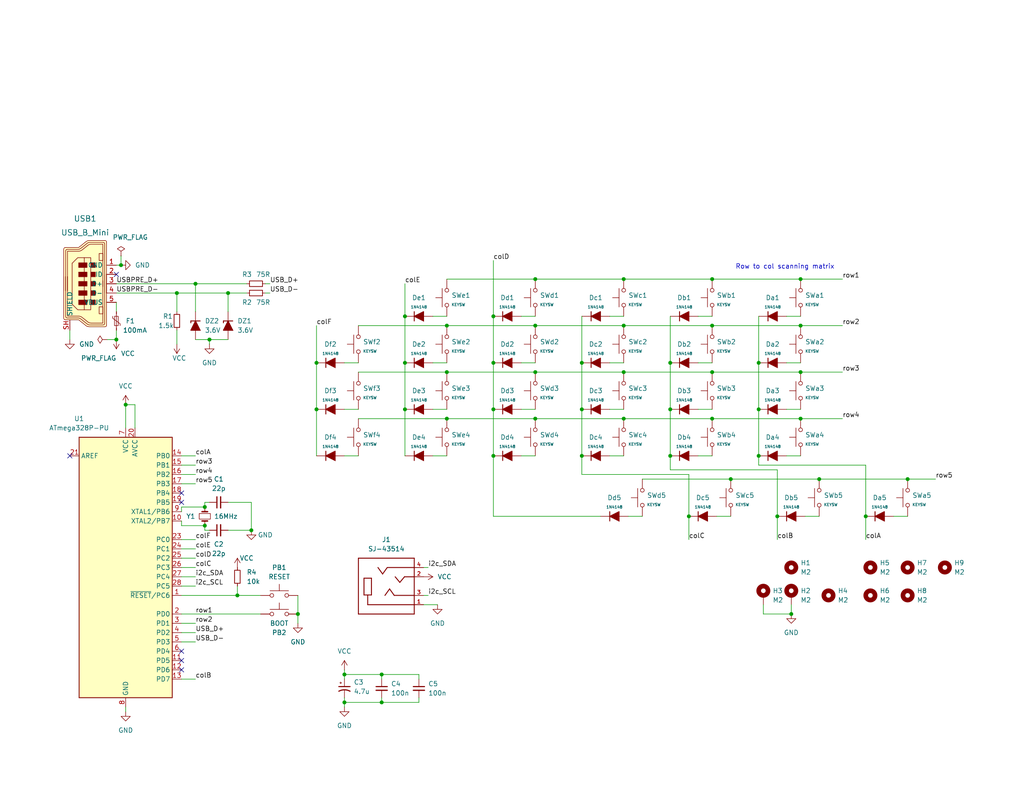
<source format=kicad_sch>
(kicad_sch (version 20211123) (generator eeschema)
  (paper "USLetter")
  (title_block (title "BlueJay Left"))
  (lib_symbols
    (symbol "BlueJaySymbolLibrary:0548190519" (pin_names (offset 1.016))
      (property "Reference" "J" (at -5.715 12.7 0))
      (property "Value" "0548190519" (at -8.255 -5.715 90))
      (symbol "0548190519_1_1"
        (pin passive line (at 7.62 5.08 180) (length 2.667) (name "GND") (number "1"))
        (pin passive line (at 7.62 2.54 180) (length 2.667) (name "ID") (number "2"))
        (pin passive line (at 7.62 0 180) (length 2.667) (name "D+") (number "3"))
        (pin passive line (at 7.62 -2.54 180) (length 2.667) (name "D-") (number "4"))
        (pin passive line (at 7.62 -5.08 180) (length 2.667) (name "VBUS") (number "5"))
        (pin passive line (at -5.08 -12.7 90) (length 2.794) (name "SHIELD") (number "SH"))
      )
    )
    (symbol "BlueJaySymbolLibrary:ATmega328P-PU"
      (property "Reference" "U" (at -12.7 36.83 0))
      (property "Value" "ATmega328P-PU" (at 2.54 -36.83 0))
      (symbol "ATmega328P-PU_1_1"
        (pin bidirectional line (at 15.24 -7.62 180) (length 2.54) (name "~{RESET}/PC6") (number "1"))
        (pin bidirectional line (at 15.24 12.7 180) (length 2.54) (name "XTAL2/PB7") (number "10"))
        (pin bidirectional line (at 15.24 -25.4 180) (length 2.54) (name "PD5") (number "11"))
        (pin bidirectional line (at 15.24 -27.94 180) (length 2.54) (name "PD6") (number "12"))
        (pin bidirectional line (at 15.24 -30.48 180) (length 2.54) (name "PD7") (number "13"))
        (pin bidirectional line (at 15.24 30.48 180) (length 2.54) (name "PB0") (number "14"))
        (pin bidirectional line (at 15.24 27.94 180) (length 2.54) (name "PB1") (number "15"))
        (pin bidirectional line (at 15.24 25.4 180) (length 2.54) (name "PB2") (number "16"))
        (pin bidirectional line (at 15.24 22.86 180) (length 2.54) (name "PB3") (number "17"))
        (pin bidirectional line (at 15.24 20.32 180) (length 2.54) (name "PB4") (number "18"))
        (pin bidirectional line (at 15.24 17.78 180) (length 2.54) (name "PB5") (number "19"))
        (pin bidirectional line (at 15.24 -12.7 180) (length 2.54) (name "PD0") (number "2"))
        (pin power_in line (at 2.54 38.1 270) (length 2.54) (name "AVCC") (number "20"))
        (pin passive line (at -15.24 30.48 0) (length 2.54) (name "AREF") (number "21"))
        (pin passive line (at 0 -38.1 90) (length 2.54) hide (name "GND") (number "22"))
        (pin bidirectional line (at 15.24 7.62 180) (length 2.54) (name "PC0") (number "23"))
        (pin bidirectional line (at 15.24 5.08 180) (length 2.54) (name "PC1") (number "24"))
        (pin bidirectional line (at 15.24 2.54 180) (length 2.54) (name "PC2") (number "25"))
        (pin bidirectional line (at 15.24 0 180) (length 2.54) (name "PC3") (number "26"))
        (pin bidirectional line (at 15.24 -2.54 180) (length 2.54) (name "PC4") (number "27"))
        (pin bidirectional line (at 15.24 -5.08 180) (length 2.54) (name "PC5") (number "28"))
        (pin bidirectional line (at 15.24 -15.24 180) (length 2.54) (name "PD1") (number "3"))
        (pin bidirectional line (at 15.24 -17.78 180) (length 2.54) (name "PD2") (number "4"))
        (pin bidirectional line (at 15.24 -20.32 180) (length 2.54) (name "PD3") (number "5"))
        (pin bidirectional line (at 15.24 -22.86 180) (length 2.54) (name "PD4") (number "6"))
        (pin power_in line (at 0 38.1 270) (length 2.54) (name "VCC") (number "7"))
        (pin power_in line (at 0 -38.1 90) (length 2.54) (name "GND") (number "8"))
        (pin bidirectional line (at 15.24 15.24 180) (length 2.54) (name "XTAL1/PB6") (number "9"))
      )
    )
    (symbol "BlueJaySymbolLibrary:C_Small" (pin_numbers hide) (pin_names (offset 0.254) hide)
      (property "Reference" "C" (at 0.254 1.778 0))
      (property "Value" "C_Small" (at 0.254 -2.032 0))
      (symbol "C_Small_1_1"
        (pin passive line (at 0 2.54 270) (length 2.032) (name "~") (number "1"))
        (pin passive line (at 0 -2.54 90) (length 2.032) (name "~") (number "2"))
      )
    )
    (symbol "BlueJaySymbolLibrary:Device_CP1_Small" (pin_numbers hide) (pin_names (offset 0.254) hide)
      (property "Reference" "C" (at 0.254 1.778 0))
      (property "Value" "Device_CP1_Small" (at 0.254 -2.032 0))
      (symbol "Device_CP1_Small_1_1"
        (pin passive line (at 0 2.54 270) (length 2.032) (name "~") (number "1"))
        (pin passive line (at 0 -2.54 90) (length 2.032) (name "~") (number "2"))
      )
    )
    (symbol "BlueJaySymbolLibrary:Device_Crystal_Small" (pin_numbers hide) (pin_names (offset 1.016) hide)
      (property "Reference" "Y" (at 0 2.54 0))
      (property "Value" "Device_Crystal_Small" (at 0 -2.54 0))
      (symbol "Device_Crystal_Small_1_1"
        (pin passive line (at -2.54 0 0) (length 1.27) (name "1") (number "1"))
        (pin passive line (at 2.54 0 180) (length 1.27) (name "2") (number "2"))
      )
    )
    (symbol "BlueJaySymbolLibrary:Device_Polyfuse_Small" (pin_numbers hide) (pin_names (offset 0))
      (property "Reference" "F" (at -1.905 0 90))
      (property "Value" "Device_Polyfuse_Small" (at 1.905 0 90))
      (symbol "Device_Polyfuse_Small_1_1"
        (pin passive line (at 0 2.54 270) (length 0.635) (name "~") (number "1"))
        (pin passive line (at 0 -2.54 90) (length 0.635) (name "~") (number "2"))
      )
    )
    (symbol "BlueJaySymbolLibrary:Device_R_Small" (pin_numbers hide) (pin_names (offset 0.254) hide)
      (property "Reference" "R" (at 0.762 0.508 0))
      (property "Value" "Device_R_Small" (at 0.762 -1.016 0))
      (symbol "Device_R_Small_1_1"
        (pin passive line (at 0 2.54 270) (length 0.762) (name "~") (number "1"))
        (pin passive line (at 0 -2.54 90) (length 0.762) (name "~") (number "2"))
      )
    )
    (symbol "BlueJaySymbolLibrary:SJ-43514" (pin_names (offset 1.016) hide)
      (property "Reference" "J" (at -7.62 8.382 0))
      (property "Value" "SJ-43514" (at -7.62 -10.16 0))
      (symbol "SJ-43514_0_0"
        (pin passive line (at 10.16 -5.08 180) (length 2.54) (name "~") (number "1"))
        (pin passive line (at 10.16 2.54 180) (length 2.54) (name "~") (number "2"))
        (pin passive line (at 10.16 -2.54 180) (length 2.54) (name "~") (number "3"))
        (pin passive line (at 10.16 5.08 180) (length 2.54) (name "~") (number "4"))
      )
    )
    (symbol "BlueJaySymbolLibrary:Switch_SW_Push" (pin_numbers hide) (pin_names (offset 1.016) hide)
      (property "Reference" "SW" (at 1.27 2.54 0))
      (property "Value" "Switch_SW_Push" (at 0 -1.524 0))
      (symbol "Switch_SW_Push_0_1"
        (pin passive line (at -5.08 0 0) (length 2.54) (name "1") (number "1"))
        (pin passive line (at 5.08 0 180) (length 2.54) (name "2") (number "2"))
      )
    )
    (symbol "Diode_AKL:1N4148" (pin_numbers hide) (pin_names (offset 1.016) hide)
      (property "Reference" "D" (at 0 5.08 0))
      (property "Value" "1N4148" (at 0 2.54 0))
      (symbol "1N4148_1_1"
        (pin passive line (at 3.81 0 180) (length 2.54) (name "K") (number "1"))
        (pin passive line (at -3.81 0 0) (length 2.54) (name "A") (number "2"))
      )
    )
    (symbol "Diode_Zener_AKL:BZX79-C3V6" (pin_numbers hide) (pin_names (offset 1.016) hide)
      (property "Reference" "DZ" (at 0 5.08 0))
      (property "Value" "BZX79-C3V6" (at 0 2.54 0))
      (symbol "BZX79-C3V6_1_1"
        (pin passive line (at 3.81 0 180) (length 2.54) (name "K") (number "1"))
        (pin passive line (at -3.81 0 0) (length 2.54) (name "A") (number "2"))
      )
    )
    (symbol "Mechanical:MountingHole" (pin_numbers hide) (pin_names (offset 1.016) hide)
      (property "Reference" "H" (at 0 5.08 0))
      (property "Value" "MountingHole" (at 0 3.175 0))
    )
    (symbol "Mechanical:MountingHole_Pad" (pin_numbers hide) (pin_names (offset 1.016) hide)
      (property "Reference" "H" (at 0 6.35 0))
      (property "Value" "MountingHole_Pad" (at 0 4.445 0))
      (symbol "MountingHole_Pad_1_1"
        (pin input line (at 0 -2.54 90) (length 2.54) (name "1") (number "1"))
      )
    )
    (symbol "power:GND" (power) (pin_names (offset 0))
      (property "Value" "GND" (at 0 -3.81 0))
      (symbol "GND_1_1"
        (pin power_in line (at 0 0 270) (length 0) hide (name "GND") (number "1"))
      )
    )
    (symbol "power:PWR_FLAG" (power) (pin_numbers hide) (pin_names (offset 0) hide)
      (property "Value" "PWR_FLAG" (at 0 3.81 0))
      (symbol "PWR_FLAG_0_0"
        (pin power_out line (at 0 0 90) (length 0) (name "pwr") (number "1"))
      )
    )
    (symbol "power:VCC" (power) (pin_names (offset 0))
      (property "Value" "VCC" (at 0 3.81 0))
      (symbol "VCC_1_1"
        (pin power_in line (at 0 0 90) (length 0) hide (name "VCC") (number "1"))
      )
    )
  )
  (junction (at 31.75 92.71))
  (junction (at 48.26 80.01))
  (junction (at 146.05 101.6))
  (junction (at 33.02 72.39))
  (junction (at 121.92 114.3))
  (junction (at 93.98 184.15))
  (junction (at 170.18 76.2))
  (junction (at 218.44 114.3))
  (junction (at 134.62 99.06))
  (junction (at 81.28 167.64))
  (junction (at 218.44 101.6))
  (junction (at 207.01 99.06))
  (junction (at 121.92 88.9))
  (junction (at 62.23 80.01))
  (junction (at 236.22 140.97))
  (junction (at 170.18 114.3))
  (junction (at 182.88 99.06))
  (junction (at 182.88 124.46))
  (junction (at 194.31 88.9))
  (junction (at 218.44 76.2))
  (junction (at 104.14 184.15))
  (junction (at 207.01 124.46))
  (junction (at 134.62 124.46))
  (junction (at 146.05 88.9))
  (junction (at 247.65 130.81))
  (junction (at 57.15 92.71))
  (junction (at 218.44 88.9))
  (junction (at 53.34 77.47))
  (junction (at 170.18 101.6))
  (junction (at 194.31 114.3))
  (junction (at 64.77 162.56))
  (junction (at 68.58 144.78))
  (junction (at 146.05 114.3))
  (junction (at 55.88 138.43))
  (junction (at 134.62 86.36))
  (junction (at 86.36 111.76))
  (junction (at 223.52 130.81))
  (junction (at 86.36 99.06))
  (junction (at 194.31 76.2))
  (junction (at 104.14 191.77))
  (junction (at 199.39 130.81))
  (junction (at 110.49 86.36))
  (junction (at 146.05 76.2))
  (junction (at 194.31 101.6))
  (junction (at 93.98 191.77))
  (junction (at 121.92 101.6))
  (junction (at 182.88 111.76))
  (junction (at 215.9 167.64))
  (junction (at 207.01 111.76))
  (junction (at 134.62 111.76))
  (junction (at 187.96 140.97))
  (junction (at 212.09 140.97))
  (junction (at 34.29 110.49))
  (junction (at 158.75 111.76))
  (junction (at 158.75 99.06))
  (junction (at 158.75 124.46))
  (junction (at 110.49 111.76))
  (junction (at 110.49 99.06))
  (junction (at 170.18 88.9))
  (junction (at 55.88 143.51))
  (no_connect (at 49.53 137.16))
  (no_connect (at 49.53 134.62))
  (no_connect (at 19.05 124.46))
  (no_connect (at 31.75 74.93))
  (no_connect (at 49.53 177.8))
  (no_connect (at 49.53 180.34))
  (no_connect (at 49.53 182.88))
  (wire (pts (xy 118.11 99.06) (xy 121.92 99.06)))
  (wire (pts (xy 207.01 99.06) (xy 207.01 111.76)))
  (wire (pts (xy 146.05 76.2) (xy 170.18 76.2)))
  (wire (pts (xy 93.98 111.76) (xy 97.79 111.76)))
  (wire (pts (xy 68.58 137.16) (xy 68.58 144.78)))
  (wire (pts (xy 57.15 92.71) (xy 57.15 93.98)))
  (wire (pts (xy 93.98 124.46) (xy 97.79 124.46)))
  (wire (pts (xy 36.83 110.49) (xy 34.29 110.49)))
  (wire (pts (xy 158.75 124.46) (xy 158.75 129.54)))
  (wire (pts (xy 48.26 90.17) (xy 48.26 93.98)))
  (wire (pts (xy 49.53 124.46) (xy 53.34 124.46)))
  (wire (pts (xy 208.28 167.64) (xy 215.9 167.64)))
  (wire (pts (xy 93.98 184.15) (xy 93.98 185.42)))
  (wire (pts (xy 49.53 138.43) (xy 49.53 139.7)))
  (wire (pts (xy 114.3 184.15) (xy 114.3 185.42)))
  (wire (pts (xy 187.96 129.54) (xy 187.96 140.97)))
  (wire (pts (xy 236.22 127) (xy 236.22 140.97)))
  (wire (pts (xy 93.98 99.06) (xy 97.79 99.06)))
  (wire (pts (xy 72.39 80.01) (xy 73.66 80.01)))
  (wire (pts (xy 142.24 99.06) (xy 146.05 99.06)))
  (wire (pts (xy 218.44 88.9) (xy 229.87 88.9)))
  (wire (pts (xy 146.05 114.3) (xy 170.18 114.3)))
  (wire (pts (xy 115.57 154.94) (xy 116.84 154.94)))
  (wire (pts (xy 166.37 86.36) (xy 170.18 86.36)))
  (wire (pts (xy 214.63 124.46) (xy 218.44 124.46)))
  (wire (pts (xy 134.62 111.76) (xy 134.62 124.46)))
  (wire (pts (xy 223.52 130.81) (xy 247.65 130.81)))
  (wire (pts (xy 194.31 101.6) (xy 218.44 101.6)))
  (wire (pts (xy 190.5 99.06) (xy 194.31 99.06)))
  (wire (pts (xy 93.98 191.77) (xy 93.98 193.04)))
  (wire (pts (xy 55.88 138.43) (xy 49.53 138.43)))
  (wire (pts (xy 31.75 80.01) (xy 48.26 80.01)))
  (wire (pts (xy 207.01 127) (xy 236.22 127)))
  (wire (pts (xy 199.39 130.81) (xy 175.26 130.81)))
  (wire (pts (xy 142.24 124.46) (xy 146.05 124.46)))
  (wire (pts (xy 86.36 111.76) (xy 86.36 124.46)))
  (wire (pts (xy 236.22 140.97) (xy 236.22 147.32)))
  (wire (pts (xy 72.39 77.47) (xy 73.66 77.47)))
  (wire (pts (xy 194.31 76.2) (xy 218.44 76.2)))
  (wire (pts (xy 53.34 92.71) (xy 57.15 92.71)))
  (wire (pts (xy 207.01 111.76) (xy 207.01 124.46)))
  (wire (pts (xy 49.53 167.64) (xy 71.12 167.64)))
  (wire (pts (xy 190.5 111.76) (xy 194.31 111.76)))
  (wire (pts (xy 194.31 88.9) (xy 218.44 88.9)))
  (wire (pts (xy 110.49 86.36) (xy 110.49 99.06)))
  (wire (pts (xy 49.53 172.72) (xy 53.34 172.72)))
  (wire (pts (xy 166.37 99.06) (xy 170.18 99.06)))
  (wire (pts (xy 86.36 99.06) (xy 86.36 111.76)))
  (wire (pts (xy 62.23 137.16) (xy 68.58 137.16)))
  (wire (pts (xy 93.98 190.5) (xy 93.98 191.77)))
  (wire (pts (xy 49.53 162.56) (xy 64.77 162.56)))
  (wire (pts (xy 110.49 111.76) (xy 110.49 124.46)))
  (wire (pts (xy 31.75 82.55) (xy 31.75 85.09)))
  (wire (pts (xy 49.53 147.32) (xy 53.34 147.32)))
  (wire (pts (xy 182.88 99.06) (xy 182.88 111.76)))
  (wire (pts (xy 170.18 114.3) (xy 194.31 114.3)))
  (wire (pts (xy 166.37 124.46) (xy 170.18 124.46)))
  (wire (pts (xy 49.53 149.86) (xy 53.34 149.86)))
  (wire (pts (xy 49.53 175.26) (xy 53.34 175.26)))
  (wire (pts (xy 115.57 165.1) (xy 119.38 165.1)))
  (wire (pts (xy 55.88 143.51) (xy 55.88 144.78)))
  (wire (pts (xy 31.75 72.39) (xy 33.02 72.39)))
  (wire (pts (xy 55.88 143.51) (xy 49.53 143.51)))
  (wire (pts (xy 207.01 86.36) (xy 207.01 99.06)))
  (wire (pts (xy 243.84 140.97) (xy 247.65 140.97)))
  (wire (pts (xy 182.88 86.36) (xy 182.88 99.06)))
  (wire (pts (xy 48.26 80.01) (xy 48.26 85.09)))
  (wire (pts (xy 208.28 165.1) (xy 208.28 167.64)))
  (wire (pts (xy 118.11 111.76) (xy 121.92 111.76)))
  (wire (pts (xy 31.75 77.47) (xy 53.34 77.47)))
  (wire (pts (xy 62.23 144.78) (xy 68.58 144.78)))
  (wire (pts (xy 81.28 162.56) (xy 81.28 167.64)))
  (wire (pts (xy 194.31 114.3) (xy 218.44 114.3)))
  (wire (pts (xy 49.53 132.08) (xy 53.34 132.08)))
  (wire (pts (xy 134.62 140.97) (xy 163.83 140.97)))
  (wire (pts (xy 53.34 77.47) (xy 67.31 77.47)))
  (wire (pts (xy 64.77 162.56) (xy 71.12 162.56)))
  (wire (pts (xy 218.44 101.6) (xy 229.87 101.6)))
  (wire (pts (xy 104.14 185.42) (xy 104.14 184.15)))
  (wire (pts (xy 34.29 193.04) (xy 34.29 194.31)))
  (wire (pts (xy 49.53 185.42) (xy 53.34 185.42)))
  (wire (pts (xy 182.88 128.27) (xy 212.09 128.27)))
  (wire (pts (xy 86.36 88.9) (xy 86.36 99.06)))
  (wire (pts (xy 158.75 99.06) (xy 158.75 111.76)))
  (wire (pts (xy 121.92 114.3) (xy 146.05 114.3)))
  (wire (pts (xy 134.62 86.36) (xy 134.62 99.06)))
  (wire (pts (xy 62.23 80.01) (xy 67.31 80.01)))
  (wire (pts (xy 34.29 110.49) (xy 34.29 116.84)))
  (wire (pts (xy 142.24 111.76) (xy 146.05 111.76)))
  (wire (pts (xy 49.53 157.48) (xy 53.34 157.48)))
  (wire (pts (xy 187.96 140.97) (xy 187.96 147.32)))
  (wire (pts (xy 110.49 99.06) (xy 110.49 111.76)))
  (wire (pts (xy 49.53 160.02) (xy 53.34 160.02)))
  (wire (pts (xy 182.88 124.46) (xy 182.88 128.27)))
  (wire (pts (xy 182.88 111.76) (xy 182.88 124.46)))
  (wire (pts (xy 212.09 140.97) (xy 212.09 147.32)))
  (wire (pts (xy 121.92 101.6) (xy 146.05 101.6)))
  (wire (pts (xy 146.05 101.6) (xy 170.18 101.6)))
  (wire (pts (xy 121.92 88.9) (xy 146.05 88.9)))
  (wire (pts (xy 62.23 80.01) (xy 62.23 85.09)))
  (wire (pts (xy 49.53 152.4) (xy 53.34 152.4)))
  (wire (pts (xy 93.98 182.88) (xy 93.98 184.15)))
  (wire (pts (xy 170.18 76.2) (xy 194.31 76.2)))
  (wire (pts (xy 166.37 111.76) (xy 170.18 111.76)))
  (wire (pts (xy 31.75 90.17) (xy 31.75 92.71)))
  (wire (pts (xy 55.88 144.78) (xy 57.15 144.78)))
  (wire (pts (xy 49.53 143.51) (xy 49.53 142.24)))
  (wire (pts (xy 64.77 160.02) (xy 64.77 162.56)))
  (wire (pts (xy 134.62 99.06) (xy 134.62 111.76)))
  (wire (pts (xy 207.01 124.46) (xy 207.01 127)))
  (wire (pts (xy 170.18 101.6) (xy 194.31 101.6)))
  (wire (pts (xy 104.14 191.77) (xy 93.98 191.77)))
  (wire (pts (xy 104.14 184.15) (xy 114.3 184.15)))
  (wire (pts (xy 214.63 99.06) (xy 218.44 99.06)))
  (wire (pts (xy 146.05 88.9) (xy 170.18 88.9)))
  (wire (pts (xy 104.14 191.77) (xy 114.3 191.77)))
  (wire (pts (xy 104.14 190.5) (xy 104.14 191.77)))
  (wire (pts (xy 212.09 128.27) (xy 212.09 140.97)))
  (wire (pts (xy 33.02 69.85) (xy 33.02 72.39)))
  (wire (pts (xy 104.14 184.15) (xy 93.98 184.15)))
  (wire (pts (xy 49.53 127) (xy 53.34 127)))
  (wire (pts (xy 158.75 111.76) (xy 158.75 124.46)))
  (wire (pts (xy 97.79 114.3) (xy 121.92 114.3)))
  (wire (pts (xy 247.65 130.81) (xy 255.27 130.81)))
  (wire (pts (xy 29.21 92.71) (xy 31.75 92.71)))
  (wire (pts (xy 57.15 92.71) (xy 62.23 92.71)))
  (wire (pts (xy 118.11 86.36) (xy 121.92 86.36)))
  (wire (pts (xy 134.62 124.46) (xy 134.62 140.97)))
  (wire (pts (xy 97.79 101.6) (xy 121.92 101.6)))
  (wire (pts (xy 214.63 86.36) (xy 218.44 86.36)))
  (wire (pts (xy 218.44 76.2) (xy 229.87 76.2)))
  (wire (pts (xy 115.57 162.56) (xy 116.84 162.56)))
  (wire (pts (xy 215.9 165.1) (xy 215.9 167.64)))
  (wire (pts (xy 171.45 140.97) (xy 175.26 140.97)))
  (wire (pts (xy 190.5 124.46) (xy 194.31 124.46)))
  (wire (pts (xy 48.26 80.01) (xy 62.23 80.01)))
  (wire (pts (xy 49.53 129.54) (xy 53.34 129.54)))
  (wire (pts (xy 49.53 154.94) (xy 53.34 154.94)))
  (wire (pts (xy 55.88 137.16) (xy 57.15 137.16)))
  (wire (pts (xy 142.24 86.36) (xy 146.05 86.36)))
  (wire (pts (xy 81.28 167.64) (xy 81.28 170.18)))
  (wire (pts (xy 53.34 77.47) (xy 53.34 85.09)))
  (wire (pts (xy 214.63 111.76) (xy 218.44 111.76)))
  (wire (pts (xy 134.62 71.12) (xy 134.62 86.36)))
  (wire (pts (xy 19.05 90.17) (xy 19.05 92.71)))
  (wire (pts (xy 219.71 140.97) (xy 223.52 140.97)))
  (wire (pts (xy 114.3 191.77) (xy 114.3 190.5)))
  (wire (pts (xy 121.92 76.2) (xy 146.05 76.2)))
  (wire (pts (xy 110.49 77.47) (xy 110.49 86.36)))
  (wire (pts (xy 190.5 86.36) (xy 194.31 86.36)))
  (wire (pts (xy 195.58 140.97) (xy 199.39 140.97)))
  (wire (pts (xy 55.88 138.43) (xy 55.88 137.16)))
  (wire (pts (xy 218.44 114.3) (xy 229.87 114.3)))
  (wire (pts (xy 158.75 86.36) (xy 158.75 99.06)))
  (wire (pts (xy 158.75 129.54) (xy 187.96 129.54)))
  (wire (pts (xy 170.18 88.9) (xy 194.31 88.9)))
  (wire (pts (xy 49.53 170.18) (xy 53.34 170.18)))
  (wire (pts (xy 36.83 116.84) (xy 36.83 110.49)))
  (wire (pts (xy 118.11 124.46) (xy 121.92 124.46)))
  (wire (pts (xy 97.79 88.9) (xy 121.92 88.9)))
  (wire (pts (xy 199.39 130.81) (xy 223.52 130.81)))
  (text "Row to col scanning matrix" (at 200.66 73.66 0) (effects (font (size 1.27 1.27)) (justify left bottom)))
  (label "i2c_SCL" (at 53.34 160.02 0))
  (label "colE" (at 110.49 77.47 0))
  (label "USBPRE_D-" (at 31.75 80.01 0))
  (label "USB_D+" (at 53.34 172.72 0))
  (label "i2c_SDA" (at 53.34 157.48 0))
  (label "colF" (at 53.34 147.32 0))
  (label "colB" (at 212.09 147.32 0))
  (label "colD" (at 134.62 71.12 0))
  (label "row1" (at 229.87 76.2 0))
  (label "row4" (at 53.34 129.54 0))
  (label "row2" (at 229.87 88.9 0))
  (label "colC" (at 187.96 147.32 0))
  (label "colC" (at 53.34 154.94 0))
  (label "colE" (at 53.34 149.86 0))
  (label "USBPRE_D+" (at 31.75 77.47 0))
  (label "row3" (at 53.34 127 0))
  (label "colF" (at 86.36 88.9 0))
  (label "i2c_SCL" (at 116.84 162.56 0))
  (label "row5" (at 53.34 132.08 0))
  (label "colD" (at 53.34 152.4 0))
  (label "USB_D+" (at 73.66 77.47 0))
  (label "row5" (at 255.27 130.81 0))
  (label "row4" (at 229.87 114.3 0))
  (label "USB_D-" (at 73.66 80.01 0))
  (label "row2" (at 53.34 170.18 0))
  (label "colA" (at 236.22 147.32 0))
  (label "row3" (at 229.87 101.6 0))
  (label "row1" (at 53.34 167.64 0))
  (label "colA" (at 53.34 124.46 0))
  (label "colB" (at 53.34 185.42 0))
  (label "USB_D-" (at 53.34 175.26 0))
  (label "i2c_SDA" (at 116.84 154.94 0))
  (symbol (lib_id "BlueJaySymbolLibrary:Switch_SW_Push") (at 218.44 119.38 90) (unit 1)
    (property "Reference" "SWa4" (at 219.71 118.7449 90) (effects (justify right)))
    (property "Value" "KEYSW" (at 219.71 121.2849 90) (effects (font (size 0.75 0.75)) (justify right)))
    (property "Footprint" "Switch_Keyboard_Cherry_MX:SW_Cherry_MX_PCB_1.00u" (effects hide))
  )
  (symbol (lib_id "BlueJaySymbolLibrary:Switch_SW_Push") (at 218.44 93.98 90) (unit 1)
    (property "Reference" "SWa2" (at 219.71 93.3449 90) (effects (justify right)))
    (property "Value" "KEYSW" (at 219.71 95.8849 90) (effects (font (size 0.75 0.75)) (justify right)))
    (property "Footprint" "Switch_Keyboard_Cherry_MX:SW_Cherry_MX_PCB_1.00u" (effects hide))
  )
  (symbol (lib_id "Diode_AKL:1N4148") (at 114.3 124.46 180) (unit 1)
    (property "Reference" "De4" (at 114.3 119.38 0))
    (property "Value" "1N4148" (at 114.3 121.92 0) (effects (font (size 0.75 0.75))))
    (property "Footprint" "BlueJay footprints:D_DO-35_SOD27_P5.08mm_Horizontal" (effects hide))
    (property "Datasheet" "https://datasheet.octopart.com/1N4148TR-ON-Semiconductor-datasheet-42765246.pdf" (effects hide))
  )
  (symbol (lib_id "Diode_AKL:1N4148") (at 210.82 86.36 180) (unit 1)
    (property "Reference" "Da1" (at 210.82 81.28 0))
    (property "Value" "1N4148" (at 210.82 83.82 0) (effects (font (size 0.75 0.75))))
    (property "Footprint" "BlueJay footprints:D_DO-35_SOD27_P5.08mm_Horizontal" (effects hide))
    (property "Datasheet" "https://datasheet.octopart.com/1N4148TR-ON-Semiconductor-datasheet-42765246.pdf" (effects hide))
  )
  (symbol (lib_id "Diode_AKL:1N4148") (at 162.56 124.46 180) (unit 1)
    (property "Reference" "Dc4" (at 162.56 119.38 0))
    (property "Value" "1N4148" (at 162.56 121.92 0) (effects (font (size 0.75 0.75))))
    (property "Footprint" "BlueJay footprints:D_DO-35_SOD27_P5.08mm_Horizontal" (effects hide))
    (property "Datasheet" "https://datasheet.octopart.com/1N4148TR-ON-Semiconductor-datasheet-42765246.pdf" (effects hide))
  )
  (symbol (lib_id "Diode_AKL:1N4148") (at 138.43 86.36 180) (unit 1)
    (property "Reference" "Dd1" (at 138.43 81.28 0))
    (property "Value" "1N4148" (at 138.43 83.82 0) (effects (font (size 0.75 0.75))))
    (property "Footprint" "BlueJay footprints:D_DO-35_SOD27_P5.08mm_Horizontal" (effects hide))
    (property "Datasheet" "https://datasheet.octopart.com/1N4148TR-ON-Semiconductor-datasheet-42765246.pdf" (effects hide))
  )
  (symbol (lib_id "BlueJaySymbolLibrary:Switch_SW_Push") (at 97.79 93.98 90) (unit 1)
    (property "Reference" "SWf2" (at 99.06 93.3449 90) (effects (justify right)))
    (property "Value" "KEYSW" (at 99.06 95.8849 90) (effects (font (size 0.75 0.75)) (justify right)))
    (property "Footprint" "Switch_Keyboard_Cherry_MX:SW_Cherry_MX_PCB_1.00u" (effects hide))
  )
  (symbol (lib_id "Diode_AKL:1N4148") (at 162.56 86.36 180) (unit 1)
    (property "Reference" "Dc1" (at 162.56 81.28 0))
    (property "Value" "1N4148" (at 162.56 83.82 0) (effects (font (size 0.75 0.75))))
    (property "Footprint" "BlueJay footprints:D_DO-35_SOD27_P5.08mm_Horizontal" (effects hide))
    (property "Datasheet" "https://datasheet.octopart.com/1N4148TR-ON-Semiconductor-datasheet-42765246.pdf" (effects hide))
  )
  (symbol (lib_id "BlueJaySymbolLibrary:Switch_SW_Push") (at 170.18 93.98 90) (unit 1)
    (property "Reference" "SWc2" (at 171.45 93.3449 90) (effects (justify right)))
    (property "Value" "KEYSW" (at 171.45 95.8849 90) (effects (font (size 0.75 0.75)) (justify right)))
    (property "Footprint" "Switch_Keyboard_Cherry_MX:SW_Cherry_MX_PCB_1.00u" (effects hide))
  )
  (symbol (lib_id "power:VCC") (at 115.57 157.48 270) (unit 1)
    (property "Reference" "#PWR0112" (effects hide))
    (property "Value" "VCC" (at 119.38 157.4799 90) (effects (justify left)))
  )
  (symbol (lib_id "BlueJaySymbolLibrary:Switch_SW_Push") (at 121.92 106.68 90) (unit 1)
    (property "Reference" "SWe3" (at 123.19 106.0449 90) (effects (justify right)))
    (property "Value" "KEYSW" (at 123.19 108.5849 90) (effects (font (size 0.75 0.75)) (justify right)))
    (property "Footprint" "Switch_Keyboard_Cherry_MX:SW_Cherry_MX_PCB_1.00u" (effects hide))
  )
  (symbol (lib_id "BlueJaySymbolLibrary:Device_R_Small") (at 69.85 80.01 270) (unit 1)
    (property "Reference" "R2" (at 66.04 82.55 90) (effects (justify left)))
    (property "Value" "75R" (at 69.85 82.55 90) (effects (justify left)))
    (property "Footprint" "BlueJay footprints:R_Axial_DIN0204_L3.6mm_D1.6mm_P5.08mm_Horizontal" (effects hide))
  )
  (symbol (lib_id "BlueJaySymbolLibrary:Device_CP1_Small") (at 93.98 187.96 0) (unit 1)
    (property "Reference" "C3" (at 96.52 186.2581 0) (effects (justify left)))
    (property "Value" "4.7u" (at 96.52 188.7981 0) (effects (justify left)))
    (property "Footprint" "BlueJay footprints:CP_Radial_D4.0mm_P1.50mm" (effects hide))
  )
  (symbol (lib_id "BlueJaySymbolLibrary:Switch_SW_Push") (at 146.05 106.68 90) (unit 1)
    (property "Reference" "SWd3" (at 147.32 106.0449 90) (effects (justify right)))
    (property "Value" "KEYSW" (at 147.32 108.5849 90) (effects (font (size 0.75 0.75)) (justify right)))
    (property "Footprint" "Switch_Keyboard_Cherry_MX:SW_Cherry_MX_PCB_1.00u" (effects hide))
  )
  (symbol (lib_id "power:GND") (at 57.15 93.98 0) (unit 1)
    (property "Reference" "#PWR0106" (effects hide))
    (property "Value" "GND" (at 57.15 99.06 0))
  )
  (symbol (lib_id "Diode_Zener_AKL:BZX79-C3V6") (at 53.34 88.9 90) (unit 1)
    (property "Reference" "DZ2" (at 55.88 87.6299 90) (effects (justify right)))
    (property "Value" "3.6V" (at 55.88 90.1699 90) (effects (justify right)))
    (property "Footprint" "BlueJay footprints:D_DO-35_SOD27_P5.08mm_Horizontal" (effects hide))
    (property "Datasheet" "https://www.tme.eu/Document/f5f1109860e3add59a5a537cbe664d4a/BZX79-C10.113.pdf" (effects hide))
  )
  (symbol (lib_id "BlueJaySymbolLibrary:Device_R_Small") (at 48.26 87.63 0) (unit 1)
    (property "Reference" "R1" (at 44.45 86.36 0) (effects (justify left)))
    (property "Value" "1.5k" (at 43.18 88.9 0) (effects (justify left)))
    (property "Footprint" "BlueJay footprints:R_Axial_DIN0204_L3.6mm_D1.6mm_P5.08mm_Horizontal" (effects hide))
  )
  (symbol (lib_id "BlueJaySymbolLibrary:Switch_SW_Push") (at 146.05 93.98 90) (unit 1)
    (property "Reference" "SWd2" (at 147.32 93.3449 90) (effects (justify right)))
    (property "Value" "KEYSW" (at 147.32 95.8849 90) (effects (font (size 0.75 0.75)) (justify right)))
    (property "Footprint" "Switch_Keyboard_Cherry_MX:SW_Cherry_MX_PCB_1.00u" (effects hide))
  )
  (symbol (lib_id "BlueJaySymbolLibrary:Switch_SW_Push") (at 76.2 162.56 0) (unit 1)
    (property "Reference" "PB1" (at 76.2 154.94 0))
    (property "Value" "RESET" (at 76.2 157.48 0))
    (property "Footprint" "BlueJay footprints:SW_PUSH_6mm" (effects hide))
  )
  (symbol (lib_id "power:GND") (at 34.29 194.31 0) (unit 1)
    (property "Reference" "#PWR0108" (effects hide))
    (property "Value" "GND" (at 34.29 199.39 0))
  )
  (symbol (lib_id "BlueJaySymbolLibrary:SJ-43514") (at 105.41 160.02 0) (unit 1)
    (property "Reference" "J1" (at 105.41 147.32 0))
    (property "Value" "SJ-43514" (at 105.41 149.86 0))
    (property "Footprint" "BlueJay footprints:CUI_SJ-43514" (effects hide))
    (property "Datasheet" "1.04" (effects hide))
    (property "Field4" "MANUFACTURER RECOMMENDATIONS" (effects hide))
    (property "Field5" "CUI INC" (effects hide))
    (property "MANUFACTURER" "CUI INC" (effects hide))
    (property "PART_REV" "1.04" (effects hide))
    (property "STANDARD" "MANUFACTURER RECOMMENDATIONS" (effects hide))
  )
  (symbol (lib_id "Diode_AKL:1N4148") (at 114.3 99.06 180) (unit 1)
    (property "Reference" "De2" (at 114.3 93.98 0))
    (property "Value" "1N4148" (at 114.3 96.52 0) (effects (font (size 0.75 0.75))))
    (property "Footprint" "BlueJay footprints:D_DO-35_SOD27_P5.08mm_Horizontal" (effects hide))
    (property "Datasheet" "https://datasheet.octopart.com/1N4148TR-ON-Semiconductor-datasheet-42765246.pdf" (effects hide))
  )
  (symbol (lib_id "BlueJaySymbolLibrary:Switch_SW_Push") (at 97.79 106.68 90) (unit 1)
    (property "Reference" "SWf3" (at 99.06 106.0449 90) (effects (justify right)))
    (property "Value" "KEYSW" (at 99.06 108.5849 90) (effects (font (size 0.75 0.75)) (justify right)))
    (property "Footprint" "Switch_Keyboard_Cherry_MX:SW_Cherry_MX_PCB_1.00u" (effects hide))
  )
  (symbol (lib_id "BlueJaySymbolLibrary:Switch_SW_Push") (at 194.31 106.68 90) (unit 1)
    (property "Reference" "SWb3" (at 195.58 106.0449 90) (effects (justify right)))
    (property "Value" "KEYSW" (at 195.58 108.5849 90) (effects (font (size 0.75 0.75)) (justify right)))
    (property "Footprint" "Switch_Keyboard_Cherry_MX:SW_Cherry_MX_PCB_1.00u" (effects hide))
  )
  (symbol (lib_id "Diode_AKL:1N4148") (at 90.17 99.06 180) (unit 1)
    (property "Reference" "Df2" (at 90.17 93.98 0))
    (property "Value" "1N4148" (at 90.17 96.52 0) (effects (font (size 0.75 0.75))))
    (property "Footprint" "BlueJay footprints:D_DO-35_SOD27_P5.08mm_Horizontal" (effects hide))
    (property "Datasheet" "https://datasheet.octopart.com/1N4148TR-ON-Semiconductor-datasheet-42765246.pdf" (effects hide))
  )
  (symbol (lib_id "BlueJaySymbolLibrary:Device_R_Small") (at 64.77 157.48 0) (unit 1)
    (property "Reference" "R4" (at 67.31 156.2099 0) (effects (justify left)))
    (property "Value" "10k" (at 67.31 158.7499 0) (effects (justify left)))
    (property "Footprint" "BlueJay footprints:R_Axial_DIN0204_L3.6mm_D1.6mm_P5.08mm_Horizontal" (effects hide))
  )
  (symbol (lib_id "BlueJaySymbolLibrary:Switch_SW_Push") (at 121.92 119.38 90) (unit 1)
    (property "Reference" "SWe4" (at 123.19 118.7449 90) (effects (justify right)))
    (property "Value" "KEYSW" (at 123.19 121.2849 90) (effects (font (size 0.75 0.75)) (justify right)))
    (property "Footprint" "Switch_Keyboard_Cherry_MX:SW_Cherry_MX_PCB_1.00u" (effects hide))
  )
  (symbol (lib_id "BlueJaySymbolLibrary:C_Small") (at 104.14 187.96 0) (unit 1)
    (property "Reference" "C4" (at 106.68 186.6962 0) (effects (justify left)))
    (property "Value" "100n" (at 106.68 189.2362 0) (effects (justify left)))
    (property "Footprint" "BlueJay footprints:C_Disc_D4.3mm_W1.9mm_P5.00mm" (effects hide))
  )
  (symbol (lib_id "Mechanical:MountingHole_Pad") (at 215.9 162.56 0) (unit 1)
    (property "Reference" "H2" (at 218.44 161.2899 0) (effects (justify left)))
    (property "Value" "M2" (at 218.44 163.8299 0) (effects (justify left)))
    (property "Footprint" "MountingHole:MountingHole_2.2mm_M2_Pad" (effects hide))
  )
  (symbol (lib_id "power:GND") (at 93.98 193.04 0) (unit 1)
    (property "Reference" "#PWR0102" (effects hide))
    (property "Value" "GND" (at 93.98 198.12 0))
  )
  (symbol (lib_id "power:VCC") (at 31.75 92.71 180) (unit 1)
    (property "Reference" "#PWR0107" (effects hide))
    (property "Value" "VCC" (at 36.83 96.52 0) (effects (justify left)))
  )
  (symbol (lib_id "BlueJaySymbolLibrary:Switch_SW_Push") (at 175.26 135.89 90) (unit 1)
    (property "Reference" "SWd5" (at 176.53 135.2549 90) (effects (justify right)))
    (property "Value" "KEYSW" (at 176.53 137.7949 90) (effects (font (size 0.75 0.75)) (justify right)))
    (property "Footprint" "Switch_Keyboard_Cherry_MX:SW_Cherry_MX_PCB_1.00u" (effects hide))
  )
  (symbol (lib_id "BlueJaySymbolLibrary:Switch_SW_Push") (at 170.18 106.68 90) (unit 1)
    (property "Reference" "SWc3" (at 171.45 106.0449 90) (effects (justify right)))
    (property "Value" "KEYSW" (at 171.45 108.5849 90) (effects (font (size 0.75 0.75)) (justify right)))
    (property "Footprint" "Switch_Keyboard_Cherry_MX:SW_Cherry_MX_PCB_1.00u" (effects hide))
  )
  (symbol (lib_id "BlueJaySymbolLibrary:C_Small") (at 114.3 187.96 0) (unit 1)
    (property "Reference" "C5" (at 116.84 186.6962 0) (effects (justify left)))
    (property "Value" "100n" (at 116.84 189.2362 0) (effects (justify left)))
    (property "Footprint" "BlueJay footprints:C_Disc_D4.3mm_W1.9mm_P5.00mm" (effects hide))
  )
  (symbol (lib_id "Diode_AKL:1N4148") (at 186.69 99.06 180) (unit 1)
    (property "Reference" "Db2" (at 186.69 93.98 0))
    (property "Value" "1N4148" (at 186.69 96.52 0) (effects (font (size 0.75 0.75))))
    (property "Footprint" "BlueJay footprints:D_DO-35_SOD27_P5.08mm_Horizontal" (effects hide))
    (property "Datasheet" "https://datasheet.octopart.com/1N4148TR-ON-Semiconductor-datasheet-42765246.pdf" (effects hide))
  )
  (symbol (lib_id "BlueJaySymbolLibrary:Switch_SW_Push") (at 170.18 81.28 90) (unit 1)
    (property "Reference" "SWc1" (at 171.45 80.6449 90) (effects (justify right)))
    (property "Value" "KEYSW" (at 171.45 83.1849 90) (effects (font (size 0.75 0.75)) (justify right)))
    (property "Footprint" "Switch_Keyboard_Cherry_MX:SW_Cherry_MX_PCB_1.00u" (effects hide))
  )
  (symbol (lib_id "Diode_AKL:1N4148") (at 138.43 124.46 180) (unit 1)
    (property "Reference" "Dd4" (at 138.43 119.38 0))
    (property "Value" "1N4148" (at 138.43 121.92 0) (effects (font (size 0.75 0.75))))
    (property "Footprint" "BlueJay footprints:D_DO-35_SOD27_P5.08mm_Horizontal" (effects hide))
    (property "Datasheet" "https://datasheet.octopart.com/1N4148TR-ON-Semiconductor-datasheet-42765246.pdf" (effects hide))
  )
  (symbol (lib_id "Mechanical:MountingHole_Pad") (at 208.28 162.56 0) (unit 1)
    (property "Reference" "H3" (at 210.82 161.2899 0) (effects (justify left)))
    (property "Value" "M2" (at 210.82 163.8299 0) (effects (justify left)))
    (property "Footprint" "MountingHole:MountingHole_2.2mm_M2_Pad" (effects hide))
  )
  (symbol (lib_id "power:PWR_FLAG") (at 29.21 92.71 90) (unit 1)
    (property "Reference" "#FLG0101" (effects hide))
    (property "Value" "PWR_FLAG" (at 31.75 97.79 90) (effects (justify left)))
  )
  (symbol (lib_id "Diode_AKL:1N4148") (at 114.3 111.76 180) (unit 1)
    (property "Reference" "De3" (at 114.3 106.68 0))
    (property "Value" "1N4148" (at 114.3 109.22 0) (effects (font (size 0.75 0.75))))
    (property "Footprint" "BlueJay footprints:D_DO-35_SOD27_P5.08mm_Horizontal" (effects hide))
    (property "Datasheet" "https://datasheet.octopart.com/1N4148TR-ON-Semiconductor-datasheet-42765246.pdf" (effects hide))
  )
  (symbol (lib_id "BlueJaySymbolLibrary:Switch_SW_Push") (at 97.79 119.38 90) (unit 1)
    (property "Reference" "SWf4" (at 99.06 118.7449 90) (effects (justify right)))
    (property "Value" "KEYSW" (at 99.06 121.2849 90) (effects (font (size 0.75 0.75)) (justify right)))
    (property "Footprint" "Switch_Keyboard_Cherry_MX:SW_Cherry_MX_PCB_1.00u" (effects hide))
  )
  (symbol (lib_id "BlueJaySymbolLibrary:Switch_SW_Push") (at 146.05 119.38 90) (unit 1)
    (property "Reference" "SWd4" (at 147.32 118.7449 90) (effects (justify right)))
    (property "Value" "KEYSW" (at 147.32 121.2849 90) (effects (font (size 0.75 0.75)) (justify right)))
    (property "Footprint" "Switch_Keyboard_Cherry_MX:SW_Cherry_MX_PCB_1.00u" (effects hide))
  )
  (symbol (lib_id "Diode_AKL:1N4148") (at 210.82 99.06 180) (unit 1)
    (property "Reference" "Da2" (at 210.82 93.98 0))
    (property "Value" "1N4148" (at 210.82 96.52 0) (effects (font (size 0.75 0.75))))
    (property "Footprint" "BlueJay footprints:D_DO-35_SOD27_P5.08mm_Horizontal" (effects hide))
    (property "Datasheet" "https://datasheet.octopart.com/1N4148TR-ON-Semiconductor-datasheet-42765246.pdf" (effects hide))
  )
  (symbol (lib_id "Diode_AKL:1N4148") (at 210.82 124.46 180) (unit 1)
    (property "Reference" "Da4" (at 210.82 119.38 0))
    (property "Value" "1N4148" (at 210.82 121.92 0) (effects (font (size 0.75 0.75))))
    (property "Footprint" "BlueJay footprints:D_DO-35_SOD27_P5.08mm_Horizontal" (effects hide))
    (property "Datasheet" "https://datasheet.octopart.com/1N4148TR-ON-Semiconductor-datasheet-42765246.pdf" (effects hide))
  )
  (symbol (lib_id "power:GND") (at 119.38 165.1 0) (unit 1)
    (property "Reference" "#PWR0113" (effects hide))
    (property "Value" "GND" (at 119.38 170.18 0))
  )
  (symbol (lib_id "BlueJaySymbolLibrary:Switch_SW_Push") (at 121.92 93.98 90) (unit 1)
    (property "Reference" "SWe2" (at 123.19 93.3449 90) (effects (justify right)))
    (property "Value" "KEYSW" (at 123.19 95.8849 90) (effects (font (size 0.75 0.75)) (justify right)))
    (property "Footprint" "Switch_Keyboard_Cherry_MX:SW_Cherry_MX_PCB_1.00u" (effects hide))
  )
  (symbol (lib_id "Mechanical:MountingHole") (at 237.49 162.56 0) (unit 1) (in_bom no)
    (property "Reference" "H6" (at 240.03 161.2899 0) (effects (justify left)))
    (property "Value" "M2" (at 240.03 163.8299 0) (effects (justify left)))
    (property "Footprint" "MountingHole:MountingHole_2.2mm_M2_Pad" (effects hide))
  )
  (symbol (lib_id "BlueJaySymbolLibrary:0548190519") (at 24.13 77.47 0) (unit 1)
    (property "Reference" "USB1" (at 23.241 59.69 0) (effects (font (size 1.524 1.524))))
    (property "Value" "USB_B_Mini" (at 23.241 63.5 0) (effects (font (size 1.524 1.524))))
    (property "Footprint" "BlueJay footprints:USB_Mini_B_Female_548190519" (effects hide))
    (property "Datasheet" "https://www.molex.com/pdm_docs/sd/548190519_sd.pdf" (effects hide))
    (property "Digi-Key_PN" "WM17115-ND" (effects hide))
    (property "MPN" "0548190519" (effects hide))
    (property "Category" "Connectors, Interconnects" (effects hide))
    (property "Family" "USB, DVI, HDMI Connectors" (effects hide))
    (property "DK_Datasheet_Link" "https://www.molex.com/pdm_docs/sd/548190519_sd.pdf" (effects hide))
    (property "DK_Detail_Page" "/product-detail/en/molex/0548190519/WM17115-ND/773802" (effects hide))
    (property "Description" "CONN RCPT USB2.0 MINI B 5P R/A" (effects hide))
    (property "Manufacturer" "Molex" (effects hide))
    (property "Status" "Active" (effects hide))
  )
  (symbol (lib_id "Mechanical:MountingHole") (at 237.49 154.94 0) (unit 1) (in_bom no)
    (property "Reference" "H5" (at 240.03 153.6699 0) (effects (justify left)))
    (property "Value" "M2" (at 240.03 156.2099 0) (effects (justify left)))
    (property "Footprint" "MountingHole:MountingHole_2.2mm_M2_Pad" (effects hide))
  )
  (symbol (lib_id "BlueJaySymbolLibrary:C_Small") (at 59.69 137.16 90) (unit 1)
    (property "Reference" "C1" (at 59.6963 130.81 90))
    (property "Value" "22p" (at 59.6963 133.35 90))
    (property "Footprint" "BlueJay footprints:C_Disc_D3.0mm_W1.6mm_P2.50mm" (effects hide))
  )
  (symbol (lib_id "BlueJaySymbolLibrary:Device_R_Small") (at 69.85 77.47 270) (unit 1)
    (property "Reference" "R3" (at 66.04 74.93 90) (effects (justify left)))
    (property "Value" "75R" (at 69.85 74.93 90) (effects (justify left)))
    (property "Footprint" "BlueJay footprints:R_Axial_DIN0204_L3.6mm_D1.6mm_P5.08mm_Horizontal" (effects hide))
  )
  (symbol (lib_id "BlueJaySymbolLibrary:Switch_SW_Push") (at 170.18 119.38 90) (unit 1)
    (property "Reference" "SWc4" (at 171.45 118.7449 90) (effects (justify right)))
    (property "Value" "KEYSW" (at 171.45 121.2849 90) (effects (font (size 0.75 0.75)) (justify right)))
    (property "Footprint" "Switch_Keyboard_Cherry_MX:SW_Cherry_MX_PCB_1.00u" (effects hide))
  )
  (symbol (lib_id "Diode_Zener_AKL:BZX79-C3V6") (at 62.23 88.9 90) (unit 1)
    (property "Reference" "DZ1" (at 64.77 87.6299 90) (effects (justify right)))
    (property "Value" "3.6V" (at 64.77 90.1699 90) (effects (justify right)))
    (property "Footprint" "BlueJay footprints:D_DO-35_SOD27_P5.08mm_Horizontal" (effects hide))
    (property "Datasheet" "https://www.tme.eu/Document/f5f1109860e3add59a5a537cbe664d4a/BZX79-C10.113.pdf" (effects hide))
  )
  (symbol (lib_id "Diode_AKL:1N4148") (at 186.69 124.46 180) (unit 1)
    (property "Reference" "Db4" (at 186.69 119.38 0))
    (property "Value" "1N4148" (at 186.69 121.92 0) (effects (font (size 0.75 0.75))))
    (property "Footprint" "BlueJay footprints:D_DO-35_SOD27_P5.08mm_Horizontal" (effects hide))
    (property "Datasheet" "https://datasheet.octopart.com/1N4148TR-ON-Semiconductor-datasheet-42765246.pdf" (effects hide))
  )
  (symbol (lib_id "power:PWR_FLAG") (at 33.02 69.85 0) (unit 1)
    (property "Reference" "#FLG0102" (effects hide))
    (property "Value" "PWR_FLAG" (at 35.56 64.77 0))
  )
  (symbol (lib_id "BlueJaySymbolLibrary:Switch_SW_Push") (at 194.31 93.98 90) (unit 1)
    (property "Reference" "SWb2" (at 195.58 93.3449 90) (effects (justify right)))
    (property "Value" "KEYSW" (at 195.58 95.8849 90) (effects (font (size 0.75 0.75)) (justify right)))
    (property "Footprint" "Switch_Keyboard_Cherry_MX:SW_Cherry_MX_PCB_1.00u" (effects hide))
  )
  (symbol (lib_id "Diode_AKL:1N4148") (at 114.3 86.36 180) (unit 1)
    (property "Reference" "De1" (at 114.3 81.28 0))
    (property "Value" "1N4148" (at 114.3 83.82 0) (effects (font (size 0.75 0.75))))
    (property "Footprint" "BlueJay footprints:D_DO-35_SOD27_P5.08mm_Horizontal" (effects hide))
    (property "Datasheet" "https://datasheet.octopart.com/1N4148TR-ON-Semiconductor-datasheet-42765246.pdf" (effects hide))
  )
  (symbol (lib_id "power:VCC") (at 93.98 182.88 0) (unit 1)
    (property "Reference" "#PWR0101" (effects hide))
    (property "Value" "VCC" (at 93.98 177.8 0))
  )
  (symbol (lib_id "power:GND") (at 33.02 72.39 90) (unit 1)
    (property "Reference" "#PWR0103" (effects hide))
    (property "Value" "GND" (at 36.83 72.39 90) (effects (justify right)))
  )
  (symbol (lib_id "Mechanical:MountingHole") (at 257.81 154.94 0) (unit 1) (in_bom no)
    (property "Reference" "H9" (at 260.35 153.6699 0) (effects (justify left)))
    (property "Value" "M2" (at 260.35 156.2099 0) (effects (justify left)))
    (property "Footprint" "MountingHole:MountingHole_2.2mm_M2_Pad" (effects hide))
  )
  (symbol (lib_id "Diode_AKL:1N4148") (at 162.56 99.06 180) (unit 1)
    (property "Reference" "Dc2" (at 162.56 93.98 0))
    (property "Value" "1N4148" (at 162.56 96.52 0) (effects (font (size 0.75 0.75))))
    (property "Footprint" "BlueJay footprints:D_DO-35_SOD27_P5.08mm_Horizontal" (effects hide))
    (property "Datasheet" "https://datasheet.octopart.com/1N4148TR-ON-Semiconductor-datasheet-42765246.pdf" (effects hide))
  )
  (symbol (lib_id "power:GND") (at 81.28 170.18 0) (unit 1)
    (property "Reference" "#PWR0111" (effects hide))
    (property "Value" "GND" (at 81.28 175.26 0))
  )
  (symbol (lib_id "Diode_AKL:1N4148") (at 186.69 86.36 180) (unit 1)
    (property "Reference" "Db1" (at 186.69 81.28 0))
    (property "Value" "1N4148" (at 186.69 83.82 0) (effects (font (size 0.75 0.75))))
    (property "Footprint" "BlueJay footprints:D_DO-35_SOD27_P5.08mm_Horizontal" (effects hide))
    (property "Datasheet" "https://datasheet.octopart.com/1N4148TR-ON-Semiconductor-datasheet-42765246.pdf" (effects hide))
  )
  (symbol (lib_id "Diode_AKL:1N4148") (at 215.9 140.97 180) (unit 1)
    (property "Reference" "Db5" (at 215.9 135.89 0))
    (property "Value" "1N4148" (at 215.9 138.43 0) (effects (font (size 0.75 0.75))))
    (property "Footprint" "BlueJay footprints:D_DO-35_SOD27_P5.08mm_Horizontal" (effects hide))
    (property "Datasheet" "https://datasheet.octopart.com/1N4148TR-ON-Semiconductor-datasheet-42765246.pdf" (effects hide))
  )
  (symbol (lib_id "Mechanical:MountingHole") (at 247.65 154.94 0) (unit 1) (in_bom no)
    (property "Reference" "H7" (at 250.19 153.6699 0) (effects (justify left)))
    (property "Value" "M2" (at 250.19 156.2099 0) (effects (justify left)))
    (property "Footprint" "MountingHole:MountingHole_2.2mm_M2_Pad" (effects hide))
  )
  (symbol (lib_id "Diode_AKL:1N4148") (at 138.43 99.06 180) (unit 1)
    (property "Reference" "Dd2" (at 138.43 93.98 0))
    (property "Value" "1N4148" (at 138.43 96.52 0) (effects (font (size 0.75 0.75))))
    (property "Footprint" "BlueJay footprints:D_DO-35_SOD27_P5.08mm_Horizontal" (effects hide))
    (property "Datasheet" "https://datasheet.octopart.com/1N4148TR-ON-Semiconductor-datasheet-42765246.pdf" (effects hide))
  )
  (symbol (lib_id "BlueJaySymbolLibrary:Switch_SW_Push") (at 121.92 81.28 90) (unit 1)
    (property "Reference" "SWe1" (at 123.19 80.6449 90) (effects (justify right)))
    (property "Value" "KEYSW" (at 123.19 83.1849 90) (effects (font (size 0.75 0.75)) (justify right)))
    (property "Footprint" "Switch_Keyboard_Cherry_MX:SW_Cherry_MX_PCB_1.00u" (effects hide))
  )
  (symbol (lib_id "Diode_AKL:1N4148") (at 210.82 111.76 180) (unit 1)
    (property "Reference" "Da3" (at 210.82 106.68 0))
    (property "Value" "1N4148" (at 210.82 109.22 0) (effects (font (size 0.75 0.75))))
    (property "Footprint" "BlueJay footprints:D_DO-35_SOD27_P5.08mm_Horizontal" (effects hide))
    (property "Datasheet" "https://datasheet.octopart.com/1N4148TR-ON-Semiconductor-datasheet-42765246.pdf" (effects hide))
  )
  (symbol (lib_id "Diode_AKL:1N4148") (at 167.64 140.97 180) (unit 1)
    (property "Reference" "Dd5" (at 167.64 135.89 0))
    (property "Value" "1N4148" (at 167.64 138.43 0) (effects (font (size 0.75 0.75))))
    (property "Footprint" "BlueJay footprints:D_DO-35_SOD27_P5.08mm_Horizontal" (effects hide))
    (property "Datasheet" "https://datasheet.octopart.com/1N4148TR-ON-Semiconductor-datasheet-42765246.pdf" (effects hide))
  )
  (symbol (lib_id "BlueJaySymbolLibrary:C_Small") (at 59.69 144.78 90) (unit 1)
    (property "Reference" "C2" (at 59.69 148.59 90))
    (property "Value" "22p" (at 59.69 151.13 90))
    (property "Footprint" "BlueJay footprints:C_Disc_D3.0mm_W1.6mm_P2.50mm" (effects hide))
  )
  (symbol (lib_id "BlueJaySymbolLibrary:Device_Crystal_Small") (at 55.88 140.97 90) (unit 1)
    (property "Reference" "Y1" (at 50.8 140.97 90) (effects (justify right)))
    (property "Value" "16MHz" (at 58.42 140.97 90) (effects (justify right)))
    (property "Footprint" "BlueJay footprints:Crystal_HC49-4H_Vertical" (effects hide))
  )
  (symbol (lib_id "Mechanical:MountingHole") (at 247.65 162.56 0) (unit 1) (in_bom no)
    (property "Reference" "H8" (at 250.19 161.2899 0) (effects (justify left)))
    (property "Value" "M2" (at 250.19 163.8299 0) (effects (justify left)))
    (property "Footprint" "MountingHole:MountingHole_2.2mm_M2_Pad" (effects hide))
  )
  (symbol (lib_id "BlueJaySymbolLibrary:Switch_SW_Push") (at 194.31 81.28 90) (unit 1)
    (property "Reference" "SWb1" (at 195.58 80.6449 90) (effects (justify right)))
    (property "Value" "KEYSW" (at 195.58 83.1849 90) (effects (font (size 0.75 0.75)) (justify right)))
    (property "Footprint" "Switch_Keyboard_Cherry_MX:SW_Cherry_MX_PCB_1.00u" (effects hide))
  )
  (symbol (lib_id "BlueJaySymbolLibrary:Switch_SW_Push") (at 223.52 135.89 90) (unit 1)
    (property "Reference" "SWb5" (at 224.79 135.2549 90) (effects (justify right)))
    (property "Value" "KEYSW" (at 224.79 137.7949 90) (effects (font (size 0.75 0.75)) (justify right)))
    (property "Footprint" "Switch_Keyboard_Cherry_MX:SW_Cherry_MX_PCB_1.00u" (effects hide))
  )
  (symbol (lib_id "power:GND") (at 215.9 167.64 0) (unit 1)
    (property "Reference" "#PWR0115" (effects hide))
    (property "Value" "GND" (at 215.9 172.72 0))
  )
  (symbol (lib_id "power:VCC") (at 64.77 154.94 0) (unit 1)
    (property "Reference" "#PWR0110" (effects hide))
    (property "Value" "VCC" (at 67.31 152.4 0))
  )
  (symbol (lib_id "Diode_AKL:1N4148") (at 240.03 140.97 180) (unit 1)
    (property "Reference" "Da5" (at 240.03 135.89 0))
    (property "Value" "1N4148" (at 240.03 138.43 0) (effects (font (size 0.75 0.75))))
    (property "Footprint" "BlueJay footprints:D_DO-35_SOD27_P5.08mm_Horizontal" (effects hide))
    (property "Datasheet" "https://datasheet.octopart.com/1N4148TR-ON-Semiconductor-datasheet-42765246.pdf" (effects hide))
  )
  (symbol (lib_id "Diode_AKL:1N4148") (at 90.17 124.46 180) (unit 1)
    (property "Reference" "Df4" (at 90.17 119.38 0))
    (property "Value" "1N4148" (at 90.17 121.92 0) (effects (font (size 0.75 0.75))))
    (property "Footprint" "BlueJay footprints:D_DO-35_SOD27_P5.08mm_Horizontal" (effects hide))
    (property "Datasheet" "https://datasheet.octopart.com/1N4148TR-ON-Semiconductor-datasheet-42765246.pdf" (effects hide))
  )
  (symbol (lib_id "BlueJaySymbolLibrary:Switch_SW_Push") (at 218.44 81.28 90) (unit 1)
    (property "Reference" "SWa1" (at 219.71 80.6449 90) (effects (justify right)))
    (property "Value" "KEYSW" (at 219.71 83.1849 90) (effects (font (size 0.75 0.75)) (justify right)))
    (property "Footprint" "Switch_Keyboard_Cherry_MX:SW_Cherry_MX_PCB_1.00u" (effects hide))
  )
  (symbol (lib_id "Diode_AKL:1N4148") (at 162.56 111.76 180) (unit 1)
    (property "Reference" "Dc3" (at 162.56 106.68 0))
    (property "Value" "1N4148" (at 162.56 109.22 0) (effects (font (size 0.75 0.75))))
    (property "Footprint" "BlueJay footprints:D_DO-35_SOD27_P5.08mm_Horizontal" (effects hide))
    (property "Datasheet" "https://datasheet.octopart.com/1N4148TR-ON-Semiconductor-datasheet-42765246.pdf" (effects hide))
  )
  (symbol (lib_id "Diode_AKL:1N4148") (at 138.43 111.76 180) (unit 1)
    (property "Reference" "Dd3" (at 138.43 106.68 0))
    (property "Value" "1N4148" (at 138.43 109.22 0) (effects (font (size 0.75 0.75))))
    (property "Footprint" "BlueJay footprints:D_DO-35_SOD27_P5.08mm_Horizontal" (effects hide))
    (property "Datasheet" "https://datasheet.octopart.com/1N4148TR-ON-Semiconductor-datasheet-42765246.pdf" (effects hide))
  )
  (symbol (lib_id "Mechanical:MountingHole") (at 226.06 162.56 0) (unit 1) (in_bom no)
    (property "Reference" "H4" (at 228.6 161.2899 0) (effects (justify left)))
    (property "Value" "M2" (at 228.6 163.8299 0) (effects (justify left)))
    (property "Footprint" "MountingHole:MountingHole_2.2mm_M2_Pad" (effects hide))
  )
  (symbol (lib_id "BlueJaySymbolLibrary:Switch_SW_Push") (at 247.65 135.89 90) (unit 1)
    (property "Reference" "SWa5" (at 248.92 135.2549 90) (effects (justify right)))
    (property "Value" "KEYSW" (at 248.92 137.7949 90) (effects (font (size 0.75 0.75)) (justify right)))
    (property "Footprint" "Switch_Keyboard_Cherry_MX:SW_Cherry_MX_PCB_1.00u" (effects hide))
  )
  (symbol (lib_id "Mechanical:MountingHole") (at 215.9 154.94 0) (unit 1) (in_bom no)
    (property "Reference" "H1" (at 218.44 153.6699 0) (effects (justify left)))
    (property "Value" "M2" (at 218.44 156.2099 0) (effects (justify left)))
    (property "Footprint" "MountingHole:MountingHole_2.2mm_M2_Pad" (effects hide))
  )
  (symbol (lib_id "Diode_AKL:1N4148") (at 90.17 111.76 180) (unit 1)
    (property "Reference" "Df3" (at 90.17 106.68 0))
    (property "Value" "1N4148" (at 90.17 109.22 0) (effects (font (size 0.75 0.75))))
    (property "Footprint" "BlueJay footprints:D_DO-35_SOD27_P5.08mm_Horizontal" (effects hide))
    (property "Datasheet" "https://datasheet.octopart.com/1N4148TR-ON-Semiconductor-datasheet-42765246.pdf" (effects hide))
  )
  (symbol (lib_id "power:GND") (at 19.05 92.71 0) (unit 1)
    (property "Reference" "#PWR0114" (effects hide))
    (property "Value" "GND" (at 21.59 93.9799 0) (effects (justify left)))
  )
  (symbol (lib_id "BlueJaySymbolLibrary:Switch_SW_Push") (at 76.2 167.64 0) (unit 1)
    (property "Reference" "PB2" (at 76.2 172.72 0))
    (property "Value" "BOOT" (at 76.2 170.18 0))
    (property "Footprint" "BlueJay footprints:SW_PUSH_6mm" (effects hide))
  )
  (symbol (lib_id "power:VCC") (at 34.29 110.49 0) (unit 1)
    (property "Reference" "#PWR0104" (effects hide))
    (property "Value" "VCC" (at 34.29 105.41 0))
  )
  (symbol (lib_id "BlueJaySymbolLibrary:Switch_SW_Push") (at 146.05 81.28 90) (unit 1)
    (property "Reference" "SWd1" (at 147.32 80.6449 90) (effects (justify right)))
    (property "Value" "KEYSW" (at 147.32 83.1849 90) (effects (font (size 0.75 0.75)) (justify right)))
    (property "Footprint" "Switch_Keyboard_Cherry_MX:SW_Cherry_MX_PCB_1.00u" (effects hide))
  )
  (symbol (lib_id "BlueJaySymbolLibrary:Switch_SW_Push") (at 218.44 106.68 90) (unit 1)
    (property "Reference" "SWa3" (at 219.71 106.0449 90) (effects (justify right)))
    (property "Value" "KEYSW" (at 219.71 108.5849 90) (effects (font (size 0.75 0.75)) (justify right)))
    (property "Footprint" "Switch_Keyboard_Cherry_MX:SW_Cherry_MX_PCB_1.00u" (effects hide))
  )
  (symbol (lib_id "BlueJaySymbolLibrary:Device_Polyfuse_Small") (at 31.75 87.63 180) (unit 1)
    (property "Reference" "F1" (at 35.56 87.63 0))
    (property "Value" "100mA" (at 36.83 90.17 0))
    (property "Footprint" "BlueJay footprints:polyfuse_5.1mm" (effects hide))
  )
  (symbol (lib_id "BlueJaySymbolLibrary:Switch_SW_Push") (at 194.31 119.38 90) (unit 1)
    (property "Reference" "SWb4" (at 195.58 118.7449 90) (effects (justify right)))
    (property "Value" "KEYSW" (at 195.58 121.2849 90) (effects (font (size 0.75 0.75)) (justify right)))
    (property "Footprint" "Switch_Keyboard_Cherry_MX:SW_Cherry_MX_PCB_1.00u" (effects hide))
  )
  (symbol (lib_id "BlueJaySymbolLibrary:Switch_SW_Push") (at 199.39 135.89 90) (unit 1)
    (property "Reference" "SWc5" (at 200.66 135.2549 90) (effects (justify right)))
    (property "Value" "KEYSW" (at 200.66 137.7949 90) (effects (font (size 0.75 0.75)) (justify right)))
    (property "Footprint" "Switch_Keyboard_Cherry_MX:SW_Cherry_MX_PCB_1.00u" (effects hide))
  )
  (symbol (lib_id "power:VCC") (at 48.26 93.98 180) (unit 1)
    (property "Reference" "#PWR0105" (effects hide))
    (property "Value" "VCC" (at 46.99 97.79 0) (effects (justify right)))
  )
  (symbol (lib_id "Diode_AKL:1N4148") (at 191.77 140.97 180) (unit 1)
    (property "Reference" "Dc5" (at 191.77 135.89 0))
    (property "Value" "1N4148" (at 191.77 138.43 0) (effects (font (size 0.75 0.75))))
    (property "Footprint" "BlueJay footprints:D_DO-35_SOD27_P5.08mm_Horizontal" (effects hide))
    (property "Datasheet" "https://datasheet.octopart.com/1N4148TR-ON-Semiconductor-datasheet-42765246.pdf" (effects hide))
  )
  (symbol (lib_id "power:GND") (at 68.58 144.78 0) (unit 1)
    (property "Reference" "#PWR0109" (effects hide))
    (property "Value" "GND" (at 72.39 146.05 0))
  )
  (symbol (lib_id "BlueJaySymbolLibrary:ATmega328P-PU") (at 34.29 154.94 0) (unit 1)
    (property "Reference" "U1" (at 21.59 114.3 0))
    (property "Value" "ATmega328P-PU" (at 21.59 116.84 0))
    (property "Footprint" "Package_DIP_AKL:DIP-28_W7.62mm_Socket" (effects hide))
  )
  (symbol (lib_id "Diode_AKL:1N4148") (at 186.69 111.76 180) (unit 1)
    (property "Reference" "Db3" (at 186.69 106.68 0))
    (property "Value" "1N4148" (at 186.69 109.22 0) (effects (font (size 0.75 0.75))))
    (property "Footprint" "BlueJay footprints:D_DO-35_SOD27_P5.08mm_Horizontal" (effects hide))
    (property "Datasheet" "https://datasheet.octopart.com/1N4148TR-ON-Semiconductor-datasheet-42765246.pdf" (effects hide))
  )
)
</source>
